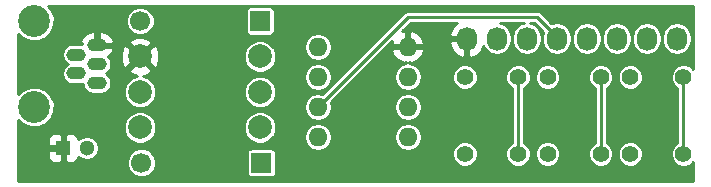
<source format=gbr>
G04 #@! TF.FileFunction,Copper,L2,Bot,Signal*
%FSLAX46Y46*%
G04 Gerber Fmt 4.6, Leading zero omitted, Abs format (unit mm)*
G04 Created by KiCad (PCBNEW 4.0.0-rc1-stable) date 3/16/2016 3:52:32 PM*
%MOMM*%
G01*
G04 APERTURE LIST*
%ADD10C,0.100000*%
%ADD11O,1.600000X1.600000*%
%ADD12O,1.727200X2.032000*%
%ADD13R,1.300000X1.300000*%
%ADD14C,1.300000*%
%ADD15C,1.699260*%
%ADD16R,1.699260X1.699260*%
%ADD17C,1.998980*%
%ADD18C,1.397000*%
%ADD19C,2.700000*%
%ADD20O,1.650000X1.100000*%
%ADD21C,0.250000*%
G04 APERTURE END LIST*
D10*
D11*
X125550000Y-85440000D03*
X125550000Y-87980000D03*
X125550000Y-90520000D03*
X125550000Y-93060000D03*
X133170000Y-93060000D03*
X133170000Y-90520000D03*
X133170000Y-87980000D03*
X133170000Y-85440000D03*
D12*
X140710000Y-84750000D03*
X143250000Y-84750000D03*
X145790000Y-84750000D03*
X148330000Y-84750000D03*
X150870000Y-84750000D03*
X153410000Y-84750000D03*
X155950000Y-84750000D03*
X138170000Y-84750000D03*
D13*
X104000000Y-94000000D03*
D14*
X106000000Y-94000000D03*
D15*
X110620000Y-95250000D03*
D16*
X120780000Y-95250000D03*
D15*
X110500000Y-83250000D03*
D16*
X120660000Y-83250000D03*
D17*
X120660000Y-92250000D03*
X110500000Y-92250000D03*
X120660000Y-89250000D03*
X110500000Y-89250000D03*
X120660000Y-86250000D03*
X110500000Y-86250000D03*
D18*
X152000000Y-88000000D03*
X156500000Y-88000000D03*
X152000000Y-94500000D03*
X156500000Y-94500000D03*
X145000000Y-88000000D03*
X149500000Y-88000000D03*
X145000000Y-94500000D03*
X149500000Y-94500000D03*
X138000000Y-88000000D03*
X142500000Y-88000000D03*
X138000000Y-94500000D03*
X142500000Y-94500000D03*
D19*
X101530000Y-90540000D03*
X101530000Y-83240000D03*
D20*
X106855000Y-86890000D03*
X106855000Y-85290000D03*
X106855000Y-88490000D03*
X105105000Y-87690000D03*
X105105000Y-86090000D03*
D21*
X133190000Y-82880000D02*
X144072400Y-82880000D01*
X144072400Y-82880000D02*
X145790000Y-84597600D01*
X145790000Y-84597600D02*
X145790000Y-84750000D01*
X125550000Y-90520000D02*
X133190000Y-82880000D01*
X145790000Y-84750000D02*
X145790000Y-84902400D01*
X148330000Y-84597600D02*
X148330000Y-84750000D01*
X156500000Y-88000000D02*
X156500000Y-94500000D01*
X149500000Y-88000000D02*
X149500000Y-94500000D01*
X142500000Y-88000000D02*
X142500000Y-94500000D01*
G36*
X157300000Y-87281913D02*
X157108883Y-87090462D01*
X156714469Y-86926687D01*
X156287404Y-86926314D01*
X155892706Y-87089400D01*
X155590462Y-87391117D01*
X155426687Y-87785531D01*
X155426314Y-88212596D01*
X155589400Y-88607294D01*
X155891117Y-88909538D01*
X156000000Y-88954750D01*
X156000000Y-93545067D01*
X155892706Y-93589400D01*
X155590462Y-93891117D01*
X155426687Y-94285531D01*
X155426314Y-94712596D01*
X155589400Y-95107294D01*
X155891117Y-95409538D01*
X156285531Y-95573313D01*
X156712596Y-95573686D01*
X157107294Y-95410600D01*
X157300000Y-95218230D01*
X157300000Y-96800000D01*
X100200000Y-96800000D01*
X100200000Y-95492525D01*
X109395158Y-95492525D01*
X109581204Y-95942791D01*
X109925397Y-96287585D01*
X110375337Y-96474417D01*
X110862525Y-96474842D01*
X111312791Y-96288796D01*
X111657585Y-95944603D01*
X111844417Y-95494663D01*
X111844842Y-95007475D01*
X111658796Y-94557209D01*
X111502231Y-94400370D01*
X119548024Y-94400370D01*
X119548024Y-96099630D01*
X119574172Y-96238596D01*
X119656301Y-96366229D01*
X119781616Y-96451853D01*
X119930370Y-96481976D01*
X121629630Y-96481976D01*
X121768596Y-96455828D01*
X121896229Y-96373699D01*
X121981853Y-96248384D01*
X122011976Y-96099630D01*
X122011976Y-94712596D01*
X136926314Y-94712596D01*
X137089400Y-95107294D01*
X137391117Y-95409538D01*
X137785531Y-95573313D01*
X138212596Y-95573686D01*
X138607294Y-95410600D01*
X138909538Y-95108883D01*
X139073313Y-94714469D01*
X139073686Y-94287404D01*
X138910600Y-93892706D01*
X138608883Y-93590462D01*
X138214469Y-93426687D01*
X137787404Y-93426314D01*
X137392706Y-93589400D01*
X137090462Y-93891117D01*
X136926687Y-94285531D01*
X136926314Y-94712596D01*
X122011976Y-94712596D01*
X122011976Y-94400370D01*
X121985828Y-94261404D01*
X121903699Y-94133771D01*
X121778384Y-94048147D01*
X121629630Y-94018024D01*
X119930370Y-94018024D01*
X119791404Y-94044172D01*
X119663771Y-94126301D01*
X119578147Y-94251616D01*
X119548024Y-94400370D01*
X111502231Y-94400370D01*
X111314603Y-94212415D01*
X110864663Y-94025583D01*
X110377475Y-94025158D01*
X109927209Y-94211204D01*
X109582415Y-94555397D01*
X109395583Y-95005337D01*
X109395158Y-95492525D01*
X100200000Y-95492525D01*
X100200000Y-94287250D01*
X102717000Y-94287250D01*
X102717000Y-94775912D01*
X102813369Y-95008566D01*
X102991435Y-95186632D01*
X103224089Y-95283000D01*
X103712750Y-95283000D01*
X103871000Y-95124750D01*
X103871000Y-94129000D01*
X102875250Y-94129000D01*
X102717000Y-94287250D01*
X100200000Y-94287250D01*
X100200000Y-93224088D01*
X102717000Y-93224088D01*
X102717000Y-93712750D01*
X102875250Y-93871000D01*
X103871000Y-93871000D01*
X103871000Y-92875250D01*
X104129000Y-92875250D01*
X104129000Y-93871000D01*
X104149000Y-93871000D01*
X104149000Y-94129000D01*
X104129000Y-94129000D01*
X104129000Y-95124750D01*
X104287250Y-95283000D01*
X104775911Y-95283000D01*
X105008565Y-95186632D01*
X105186631Y-95008566D01*
X105283000Y-94775912D01*
X105283000Y-94732583D01*
X105418626Y-94868446D01*
X105795220Y-95024822D01*
X106202991Y-95025178D01*
X106579857Y-94869459D01*
X106868446Y-94581374D01*
X107024822Y-94204780D01*
X107025178Y-93797009D01*
X106869459Y-93420143D01*
X106581374Y-93131554D01*
X106204780Y-92975178D01*
X105797009Y-92974822D01*
X105420143Y-93130541D01*
X105283000Y-93267444D01*
X105283000Y-93224088D01*
X105186631Y-92991434D01*
X105008565Y-92813368D01*
X104775911Y-92717000D01*
X104287250Y-92717000D01*
X104129000Y-92875250D01*
X103871000Y-92875250D01*
X103712750Y-92717000D01*
X103224089Y-92717000D01*
X102991435Y-92813368D01*
X102813369Y-92991434D01*
X102717000Y-93224088D01*
X100200000Y-93224088D01*
X100200000Y-92522204D01*
X109125272Y-92522204D01*
X109334085Y-93027569D01*
X109720397Y-93414557D01*
X110225398Y-93624251D01*
X110772204Y-93624728D01*
X111277569Y-93415915D01*
X111664557Y-93029603D01*
X111874251Y-92524602D01*
X111874253Y-92522204D01*
X119285272Y-92522204D01*
X119494085Y-93027569D01*
X119880397Y-93414557D01*
X120385398Y-93624251D01*
X120932204Y-93624728D01*
X121437569Y-93415915D01*
X121794106Y-93060000D01*
X124351980Y-93060000D01*
X124441422Y-93509653D01*
X124696130Y-93890850D01*
X125077327Y-94145558D01*
X125526980Y-94235000D01*
X125573020Y-94235000D01*
X126022673Y-94145558D01*
X126403870Y-93890850D01*
X126658578Y-93509653D01*
X126748020Y-93060000D01*
X131971980Y-93060000D01*
X132061422Y-93509653D01*
X132316130Y-93890850D01*
X132697327Y-94145558D01*
X133146980Y-94235000D01*
X133193020Y-94235000D01*
X133642673Y-94145558D01*
X134023870Y-93890850D01*
X134278578Y-93509653D01*
X134368020Y-93060000D01*
X134278578Y-92610347D01*
X134023870Y-92229150D01*
X133642673Y-91974442D01*
X133193020Y-91885000D01*
X133146980Y-91885000D01*
X132697327Y-91974442D01*
X132316130Y-92229150D01*
X132061422Y-92610347D01*
X131971980Y-93060000D01*
X126748020Y-93060000D01*
X126658578Y-92610347D01*
X126403870Y-92229150D01*
X126022673Y-91974442D01*
X125573020Y-91885000D01*
X125526980Y-91885000D01*
X125077327Y-91974442D01*
X124696130Y-92229150D01*
X124441422Y-92610347D01*
X124351980Y-93060000D01*
X121794106Y-93060000D01*
X121824557Y-93029603D01*
X122034251Y-92524602D01*
X122034728Y-91977796D01*
X121825915Y-91472431D01*
X121439603Y-91085443D01*
X120934602Y-90875749D01*
X120387796Y-90875272D01*
X119882431Y-91084085D01*
X119495443Y-91470397D01*
X119285749Y-91975398D01*
X119285272Y-92522204D01*
X111874253Y-92522204D01*
X111874728Y-91977796D01*
X111665915Y-91472431D01*
X111279603Y-91085443D01*
X110774602Y-90875749D01*
X110227796Y-90875272D01*
X109722431Y-91084085D01*
X109335443Y-91470397D01*
X109125749Y-91975398D01*
X109125272Y-92522204D01*
X100200000Y-92522204D01*
X100200000Y-91649327D01*
X100551590Y-92001531D01*
X101185371Y-92264700D01*
X101871618Y-92265299D01*
X102505858Y-92003237D01*
X102991531Y-91518410D01*
X103254700Y-90884629D01*
X103255299Y-90198382D01*
X102993237Y-89564142D01*
X102951373Y-89522204D01*
X109125272Y-89522204D01*
X109334085Y-90027569D01*
X109720397Y-90414557D01*
X110225398Y-90624251D01*
X110772204Y-90624728D01*
X111277569Y-90415915D01*
X111664557Y-90029603D01*
X111874251Y-89524602D01*
X111874253Y-89522204D01*
X119285272Y-89522204D01*
X119494085Y-90027569D01*
X119880397Y-90414557D01*
X120385398Y-90624251D01*
X120932204Y-90624728D01*
X121185664Y-90520000D01*
X124351980Y-90520000D01*
X124441422Y-90969653D01*
X124696130Y-91350850D01*
X125077327Y-91605558D01*
X125526980Y-91695000D01*
X125573020Y-91695000D01*
X126022673Y-91605558D01*
X126403870Y-91350850D01*
X126658578Y-90969653D01*
X126748020Y-90520000D01*
X131971980Y-90520000D01*
X132061422Y-90969653D01*
X132316130Y-91350850D01*
X132697327Y-91605558D01*
X133146980Y-91695000D01*
X133193020Y-91695000D01*
X133642673Y-91605558D01*
X134023870Y-91350850D01*
X134278578Y-90969653D01*
X134368020Y-90520000D01*
X134278578Y-90070347D01*
X134023870Y-89689150D01*
X133642673Y-89434442D01*
X133193020Y-89345000D01*
X133146980Y-89345000D01*
X132697327Y-89434442D01*
X132316130Y-89689150D01*
X132061422Y-90070347D01*
X131971980Y-90520000D01*
X126748020Y-90520000D01*
X126666572Y-90110534D01*
X130986434Y-85790672D01*
X131780569Y-85790672D01*
X131939552Y-86174519D01*
X132314303Y-86589479D01*
X132819326Y-86829441D01*
X133040998Y-86708943D01*
X133040998Y-86826081D01*
X132697327Y-86894442D01*
X132316130Y-87149150D01*
X132061422Y-87530347D01*
X131971980Y-87980000D01*
X132061422Y-88429653D01*
X132316130Y-88810850D01*
X132697327Y-89065558D01*
X133146980Y-89155000D01*
X133193020Y-89155000D01*
X133642673Y-89065558D01*
X134023870Y-88810850D01*
X134278578Y-88429653D01*
X134321753Y-88212596D01*
X136926314Y-88212596D01*
X137089400Y-88607294D01*
X137391117Y-88909538D01*
X137785531Y-89073313D01*
X138212596Y-89073686D01*
X138607294Y-88910600D01*
X138909538Y-88608883D01*
X139073313Y-88214469D01*
X139073314Y-88212596D01*
X141426314Y-88212596D01*
X141589400Y-88607294D01*
X141891117Y-88909538D01*
X142000000Y-88954750D01*
X142000000Y-93545067D01*
X141892706Y-93589400D01*
X141590462Y-93891117D01*
X141426687Y-94285531D01*
X141426314Y-94712596D01*
X141589400Y-95107294D01*
X141891117Y-95409538D01*
X142285531Y-95573313D01*
X142712596Y-95573686D01*
X143107294Y-95410600D01*
X143409538Y-95108883D01*
X143573313Y-94714469D01*
X143573314Y-94712596D01*
X143926314Y-94712596D01*
X144089400Y-95107294D01*
X144391117Y-95409538D01*
X144785531Y-95573313D01*
X145212596Y-95573686D01*
X145607294Y-95410600D01*
X145909538Y-95108883D01*
X146073313Y-94714469D01*
X146073686Y-94287404D01*
X145910600Y-93892706D01*
X145608883Y-93590462D01*
X145214469Y-93426687D01*
X144787404Y-93426314D01*
X144392706Y-93589400D01*
X144090462Y-93891117D01*
X143926687Y-94285531D01*
X143926314Y-94712596D01*
X143573314Y-94712596D01*
X143573686Y-94287404D01*
X143410600Y-93892706D01*
X143108883Y-93590462D01*
X143000000Y-93545250D01*
X143000000Y-88954933D01*
X143107294Y-88910600D01*
X143409538Y-88608883D01*
X143573313Y-88214469D01*
X143573314Y-88212596D01*
X143926314Y-88212596D01*
X144089400Y-88607294D01*
X144391117Y-88909538D01*
X144785531Y-89073313D01*
X145212596Y-89073686D01*
X145607294Y-88910600D01*
X145909538Y-88608883D01*
X146073313Y-88214469D01*
X146073314Y-88212596D01*
X148426314Y-88212596D01*
X148589400Y-88607294D01*
X148891117Y-88909538D01*
X149000000Y-88954750D01*
X149000000Y-93545067D01*
X148892706Y-93589400D01*
X148590462Y-93891117D01*
X148426687Y-94285531D01*
X148426314Y-94712596D01*
X148589400Y-95107294D01*
X148891117Y-95409538D01*
X149285531Y-95573313D01*
X149712596Y-95573686D01*
X150107294Y-95410600D01*
X150409538Y-95108883D01*
X150573313Y-94714469D01*
X150573314Y-94712596D01*
X150926314Y-94712596D01*
X151089400Y-95107294D01*
X151391117Y-95409538D01*
X151785531Y-95573313D01*
X152212596Y-95573686D01*
X152607294Y-95410600D01*
X152909538Y-95108883D01*
X153073313Y-94714469D01*
X153073686Y-94287404D01*
X152910600Y-93892706D01*
X152608883Y-93590462D01*
X152214469Y-93426687D01*
X151787404Y-93426314D01*
X151392706Y-93589400D01*
X151090462Y-93891117D01*
X150926687Y-94285531D01*
X150926314Y-94712596D01*
X150573314Y-94712596D01*
X150573686Y-94287404D01*
X150410600Y-93892706D01*
X150108883Y-93590462D01*
X150000000Y-93545250D01*
X150000000Y-88954933D01*
X150107294Y-88910600D01*
X150409538Y-88608883D01*
X150573313Y-88214469D01*
X150573314Y-88212596D01*
X150926314Y-88212596D01*
X151089400Y-88607294D01*
X151391117Y-88909538D01*
X151785531Y-89073313D01*
X152212596Y-89073686D01*
X152607294Y-88910600D01*
X152909538Y-88608883D01*
X153073313Y-88214469D01*
X153073686Y-87787404D01*
X152910600Y-87392706D01*
X152608883Y-87090462D01*
X152214469Y-86926687D01*
X151787404Y-86926314D01*
X151392706Y-87089400D01*
X151090462Y-87391117D01*
X150926687Y-87785531D01*
X150926314Y-88212596D01*
X150573314Y-88212596D01*
X150573686Y-87787404D01*
X150410600Y-87392706D01*
X150108883Y-87090462D01*
X149714469Y-86926687D01*
X149287404Y-86926314D01*
X148892706Y-87089400D01*
X148590462Y-87391117D01*
X148426687Y-87785531D01*
X148426314Y-88212596D01*
X146073314Y-88212596D01*
X146073686Y-87787404D01*
X145910600Y-87392706D01*
X145608883Y-87090462D01*
X145214469Y-86926687D01*
X144787404Y-86926314D01*
X144392706Y-87089400D01*
X144090462Y-87391117D01*
X143926687Y-87785531D01*
X143926314Y-88212596D01*
X143573314Y-88212596D01*
X143573686Y-87787404D01*
X143410600Y-87392706D01*
X143108883Y-87090462D01*
X142714469Y-86926687D01*
X142287404Y-86926314D01*
X141892706Y-87089400D01*
X141590462Y-87391117D01*
X141426687Y-87785531D01*
X141426314Y-88212596D01*
X139073314Y-88212596D01*
X139073686Y-87787404D01*
X138910600Y-87392706D01*
X138608883Y-87090462D01*
X138214469Y-86926687D01*
X137787404Y-86926314D01*
X137392706Y-87089400D01*
X137090462Y-87391117D01*
X136926687Y-87785531D01*
X136926314Y-88212596D01*
X134321753Y-88212596D01*
X134368020Y-87980000D01*
X134278578Y-87530347D01*
X134023870Y-87149150D01*
X133642673Y-86894442D01*
X133299002Y-86826081D01*
X133299002Y-86708943D01*
X133520674Y-86829441D01*
X134025697Y-86589479D01*
X134400448Y-86174519D01*
X134559431Y-85790672D01*
X134438206Y-85569000D01*
X133299000Y-85569000D01*
X133299000Y-85589000D01*
X133041000Y-85589000D01*
X133041000Y-85569000D01*
X131901794Y-85569000D01*
X131780569Y-85790672D01*
X130986434Y-85790672D01*
X131846173Y-84930933D01*
X131780569Y-85089328D01*
X131901794Y-85311000D01*
X133041000Y-85311000D01*
X133041000Y-84171058D01*
X133299000Y-84171058D01*
X133299000Y-85311000D01*
X134438206Y-85311000D01*
X134546176Y-85113565D01*
X136687171Y-85113565D01*
X136880854Y-85664945D01*
X137270798Y-86100235D01*
X137797637Y-86353165D01*
X137809340Y-86354893D01*
X138041000Y-86234519D01*
X138041000Y-84879000D01*
X136830644Y-84879000D01*
X136687171Y-85113565D01*
X134546176Y-85113565D01*
X134559431Y-85089328D01*
X134400448Y-84705481D01*
X134025697Y-84290521D01*
X133520674Y-84050559D01*
X133299000Y-84171058D01*
X133041000Y-84171058D01*
X132819326Y-84050559D01*
X132642555Y-84134552D01*
X133397107Y-83380000D01*
X137311967Y-83380000D01*
X137270798Y-83399765D01*
X136880854Y-83835055D01*
X136687171Y-84386435D01*
X136830644Y-84621000D01*
X138041000Y-84621000D01*
X138041000Y-84601000D01*
X138299000Y-84601000D01*
X138299000Y-84621000D01*
X138319000Y-84621000D01*
X138319000Y-84879000D01*
X138299000Y-84879000D01*
X138299000Y-86234519D01*
X138530660Y-86354893D01*
X138542363Y-86353165D01*
X139069202Y-86100235D01*
X139459146Y-85664945D01*
X139560350Y-85376834D01*
X139565683Y-85403643D01*
X139834178Y-85805473D01*
X140236008Y-86073968D01*
X140710000Y-86168251D01*
X141183992Y-86073968D01*
X141585822Y-85805473D01*
X141854317Y-85403643D01*
X141948600Y-84929651D01*
X141948600Y-84570349D01*
X141854317Y-84096357D01*
X141585822Y-83694527D01*
X141183992Y-83426032D01*
X140952574Y-83380000D01*
X143007426Y-83380000D01*
X142776008Y-83426032D01*
X142374178Y-83694527D01*
X142105683Y-84096357D01*
X142011400Y-84570349D01*
X142011400Y-84929651D01*
X142105683Y-85403643D01*
X142374178Y-85805473D01*
X142776008Y-86073968D01*
X143250000Y-86168251D01*
X143723992Y-86073968D01*
X144125822Y-85805473D01*
X144394317Y-85403643D01*
X144488600Y-84929651D01*
X144488600Y-84570349D01*
X144394317Y-84096357D01*
X144125822Y-83694527D01*
X143723992Y-83426032D01*
X143492574Y-83380000D01*
X143865294Y-83380000D01*
X144635059Y-84149766D01*
X144551400Y-84570349D01*
X144551400Y-84929651D01*
X144645683Y-85403643D01*
X144914178Y-85805473D01*
X145316008Y-86073968D01*
X145790000Y-86168251D01*
X146263992Y-86073968D01*
X146665822Y-85805473D01*
X146934317Y-85403643D01*
X147028600Y-84929651D01*
X147028600Y-84570349D01*
X147091400Y-84570349D01*
X147091400Y-84929651D01*
X147185683Y-85403643D01*
X147454178Y-85805473D01*
X147856008Y-86073968D01*
X148330000Y-86168251D01*
X148803992Y-86073968D01*
X149205822Y-85805473D01*
X149474317Y-85403643D01*
X149568600Y-84929651D01*
X149568600Y-84570349D01*
X149631400Y-84570349D01*
X149631400Y-84929651D01*
X149725683Y-85403643D01*
X149994178Y-85805473D01*
X150396008Y-86073968D01*
X150870000Y-86168251D01*
X151343992Y-86073968D01*
X151745822Y-85805473D01*
X152014317Y-85403643D01*
X152108600Y-84929651D01*
X152108600Y-84570349D01*
X152171400Y-84570349D01*
X152171400Y-84929651D01*
X152265683Y-85403643D01*
X152534178Y-85805473D01*
X152936008Y-86073968D01*
X153410000Y-86168251D01*
X153883992Y-86073968D01*
X154285822Y-85805473D01*
X154554317Y-85403643D01*
X154648600Y-84929651D01*
X154648600Y-84570349D01*
X154711400Y-84570349D01*
X154711400Y-84929651D01*
X154805683Y-85403643D01*
X155074178Y-85805473D01*
X155476008Y-86073968D01*
X155950000Y-86168251D01*
X156423992Y-86073968D01*
X156825822Y-85805473D01*
X157094317Y-85403643D01*
X157188600Y-84929651D01*
X157188600Y-84570349D01*
X157094317Y-84096357D01*
X156825822Y-83694527D01*
X156423992Y-83426032D01*
X155950000Y-83331749D01*
X155476008Y-83426032D01*
X155074178Y-83694527D01*
X154805683Y-84096357D01*
X154711400Y-84570349D01*
X154648600Y-84570349D01*
X154554317Y-84096357D01*
X154285822Y-83694527D01*
X153883992Y-83426032D01*
X153410000Y-83331749D01*
X152936008Y-83426032D01*
X152534178Y-83694527D01*
X152265683Y-84096357D01*
X152171400Y-84570349D01*
X152108600Y-84570349D01*
X152014317Y-84096357D01*
X151745822Y-83694527D01*
X151343992Y-83426032D01*
X150870000Y-83331749D01*
X150396008Y-83426032D01*
X149994178Y-83694527D01*
X149725683Y-84096357D01*
X149631400Y-84570349D01*
X149568600Y-84570349D01*
X149474317Y-84096357D01*
X149205822Y-83694527D01*
X148803992Y-83426032D01*
X148330000Y-83331749D01*
X147856008Y-83426032D01*
X147454178Y-83694527D01*
X147185683Y-84096357D01*
X147091400Y-84570349D01*
X147028600Y-84570349D01*
X146934317Y-84096357D01*
X146665822Y-83694527D01*
X146263992Y-83426032D01*
X145790000Y-83331749D01*
X145323957Y-83424451D01*
X144425953Y-82526447D01*
X144263742Y-82418060D01*
X144072400Y-82380000D01*
X133190000Y-82380000D01*
X132998658Y-82418060D01*
X132933686Y-82461474D01*
X132836447Y-82526446D01*
X125944084Y-89418810D01*
X125573020Y-89345000D01*
X125526980Y-89345000D01*
X125077327Y-89434442D01*
X124696130Y-89689150D01*
X124441422Y-90070347D01*
X124351980Y-90520000D01*
X121185664Y-90520000D01*
X121437569Y-90415915D01*
X121824557Y-90029603D01*
X122034251Y-89524602D01*
X122034728Y-88977796D01*
X121825915Y-88472431D01*
X121439603Y-88085443D01*
X121185668Y-87980000D01*
X124351980Y-87980000D01*
X124441422Y-88429653D01*
X124696130Y-88810850D01*
X125077327Y-89065558D01*
X125526980Y-89155000D01*
X125573020Y-89155000D01*
X126022673Y-89065558D01*
X126403870Y-88810850D01*
X126658578Y-88429653D01*
X126748020Y-87980000D01*
X126658578Y-87530347D01*
X126403870Y-87149150D01*
X126022673Y-86894442D01*
X125573020Y-86805000D01*
X125526980Y-86805000D01*
X125077327Y-86894442D01*
X124696130Y-87149150D01*
X124441422Y-87530347D01*
X124351980Y-87980000D01*
X121185668Y-87980000D01*
X120934602Y-87875749D01*
X120387796Y-87875272D01*
X119882431Y-88084085D01*
X119495443Y-88470397D01*
X119285749Y-88975398D01*
X119285272Y-89522204D01*
X111874253Y-89522204D01*
X111874728Y-88977796D01*
X111665915Y-88472431D01*
X111279603Y-88085443D01*
X110774602Y-87875749D01*
X110708644Y-87875691D01*
X110887009Y-87868855D01*
X111371047Y-87668360D01*
X111469930Y-87402363D01*
X110500000Y-86432434D01*
X109530070Y-87402363D01*
X109628953Y-87668360D01*
X110209070Y-87883009D01*
X109722431Y-88084085D01*
X109335443Y-88470397D01*
X109125749Y-88975398D01*
X109125272Y-89522204D01*
X102951373Y-89522204D01*
X102508410Y-89078469D01*
X101874629Y-88815300D01*
X101188382Y-88814701D01*
X100554142Y-89076763D01*
X100200000Y-89430288D01*
X100200000Y-86090000D01*
X103881491Y-86090000D01*
X103951902Y-86443982D01*
X104152417Y-86744074D01*
X104370811Y-86890000D01*
X104152417Y-87035926D01*
X103951902Y-87336018D01*
X103881491Y-87690000D01*
X103951902Y-88043982D01*
X104152417Y-88344074D01*
X104452509Y-88544589D01*
X104806491Y-88615000D01*
X105403509Y-88615000D01*
X105646732Y-88566620D01*
X105701902Y-88843982D01*
X105902417Y-89144074D01*
X106202509Y-89344589D01*
X106556491Y-89415000D01*
X107153509Y-89415000D01*
X107507491Y-89344589D01*
X107807583Y-89144074D01*
X108008098Y-88843982D01*
X108078509Y-88490000D01*
X108008098Y-88136018D01*
X107807583Y-87835926D01*
X107589189Y-87690000D01*
X107807583Y-87544074D01*
X108008098Y-87243982D01*
X108078509Y-86890000D01*
X108008098Y-86536018D01*
X107811463Y-86241732D01*
X108057724Y-86035290D01*
X108080978Y-85988041D01*
X108856271Y-85988041D01*
X108881145Y-86637009D01*
X109081640Y-87121047D01*
X109347637Y-87219930D01*
X110317566Y-86250000D01*
X110682434Y-86250000D01*
X111652363Y-87219930D01*
X111918360Y-87121047D01*
X112139938Y-86522204D01*
X119285272Y-86522204D01*
X119494085Y-87027569D01*
X119880397Y-87414557D01*
X120385398Y-87624251D01*
X120932204Y-87624728D01*
X121437569Y-87415915D01*
X121824557Y-87029603D01*
X122034251Y-86524602D01*
X122034728Y-85977796D01*
X121825915Y-85472431D01*
X121793541Y-85440000D01*
X124351980Y-85440000D01*
X124441422Y-85889653D01*
X124696130Y-86270850D01*
X125077327Y-86525558D01*
X125526980Y-86615000D01*
X125573020Y-86615000D01*
X126022673Y-86525558D01*
X126403870Y-86270850D01*
X126658578Y-85889653D01*
X126748020Y-85440000D01*
X126658578Y-84990347D01*
X126403870Y-84609150D01*
X126022673Y-84354442D01*
X125573020Y-84265000D01*
X125526980Y-84265000D01*
X125077327Y-84354442D01*
X124696130Y-84609150D01*
X124441422Y-84990347D01*
X124351980Y-85440000D01*
X121793541Y-85440000D01*
X121439603Y-85085443D01*
X120934602Y-84875749D01*
X120387796Y-84875272D01*
X119882431Y-85084085D01*
X119495443Y-85470397D01*
X119285749Y-85975398D01*
X119285272Y-86522204D01*
X112139938Y-86522204D01*
X112143729Y-86511959D01*
X112118855Y-85862991D01*
X111918360Y-85378953D01*
X111652363Y-85280070D01*
X110682434Y-86250000D01*
X110317566Y-86250000D01*
X109347637Y-85280070D01*
X109081640Y-85378953D01*
X108856271Y-85988041D01*
X108080978Y-85988041D01*
X108271288Y-85601370D01*
X108146598Y-85419000D01*
X106984000Y-85419000D01*
X106984000Y-85439000D01*
X106726000Y-85439000D01*
X106726000Y-85419000D01*
X106706000Y-85419000D01*
X106706000Y-85161000D01*
X106726000Y-85161000D01*
X106726000Y-84107000D01*
X106984000Y-84107000D01*
X106984000Y-85161000D01*
X108146598Y-85161000D01*
X108189920Y-85097637D01*
X109530070Y-85097637D01*
X110500000Y-86067566D01*
X111469930Y-85097637D01*
X111371047Y-84831640D01*
X110761959Y-84606271D01*
X110112991Y-84631145D01*
X109628953Y-84831640D01*
X109530070Y-85097637D01*
X108189920Y-85097637D01*
X108271288Y-84978630D01*
X108057724Y-84544710D01*
X107701895Y-84246417D01*
X107259000Y-84107000D01*
X106984000Y-84107000D01*
X106726000Y-84107000D01*
X106451000Y-84107000D01*
X106008105Y-84246417D01*
X105652276Y-84544710D01*
X105438712Y-84978630D01*
X105563401Y-85160998D01*
X105397000Y-85160998D01*
X105397000Y-85165000D01*
X104806491Y-85165000D01*
X104452509Y-85235411D01*
X104152417Y-85435926D01*
X103951902Y-85736018D01*
X103881491Y-86090000D01*
X100200000Y-86090000D01*
X100200000Y-84349327D01*
X100551590Y-84701531D01*
X101185371Y-84964700D01*
X101871618Y-84965299D01*
X102505858Y-84703237D01*
X102991531Y-84218410D01*
X103254700Y-83584629D01*
X103254780Y-83492525D01*
X109275158Y-83492525D01*
X109461204Y-83942791D01*
X109805397Y-84287585D01*
X110255337Y-84474417D01*
X110742525Y-84474842D01*
X111192791Y-84288796D01*
X111537585Y-83944603D01*
X111724417Y-83494663D01*
X111724842Y-83007475D01*
X111538796Y-82557209D01*
X111382231Y-82400370D01*
X119428024Y-82400370D01*
X119428024Y-84099630D01*
X119454172Y-84238596D01*
X119536301Y-84366229D01*
X119661616Y-84451853D01*
X119810370Y-84481976D01*
X121509630Y-84481976D01*
X121648596Y-84455828D01*
X121776229Y-84373699D01*
X121861853Y-84248384D01*
X121891976Y-84099630D01*
X121891976Y-82400370D01*
X121865828Y-82261404D01*
X121783699Y-82133771D01*
X121658384Y-82048147D01*
X121509630Y-82018024D01*
X119810370Y-82018024D01*
X119671404Y-82044172D01*
X119543771Y-82126301D01*
X119458147Y-82251616D01*
X119428024Y-82400370D01*
X111382231Y-82400370D01*
X111194603Y-82212415D01*
X110744663Y-82025583D01*
X110257475Y-82025158D01*
X109807209Y-82211204D01*
X109462415Y-82555397D01*
X109275583Y-83005337D01*
X109275158Y-83492525D01*
X103254780Y-83492525D01*
X103255299Y-82898382D01*
X102993237Y-82264142D01*
X102679642Y-81950000D01*
X157300000Y-81950000D01*
X157300000Y-87281913D01*
X157300000Y-87281913D01*
G37*
X157300000Y-87281913D02*
X157108883Y-87090462D01*
X156714469Y-86926687D01*
X156287404Y-86926314D01*
X155892706Y-87089400D01*
X155590462Y-87391117D01*
X155426687Y-87785531D01*
X155426314Y-88212596D01*
X155589400Y-88607294D01*
X155891117Y-88909538D01*
X156000000Y-88954750D01*
X156000000Y-93545067D01*
X155892706Y-93589400D01*
X155590462Y-93891117D01*
X155426687Y-94285531D01*
X155426314Y-94712596D01*
X155589400Y-95107294D01*
X155891117Y-95409538D01*
X156285531Y-95573313D01*
X156712596Y-95573686D01*
X157107294Y-95410600D01*
X157300000Y-95218230D01*
X157300000Y-96800000D01*
X100200000Y-96800000D01*
X100200000Y-95492525D01*
X109395158Y-95492525D01*
X109581204Y-95942791D01*
X109925397Y-96287585D01*
X110375337Y-96474417D01*
X110862525Y-96474842D01*
X111312791Y-96288796D01*
X111657585Y-95944603D01*
X111844417Y-95494663D01*
X111844842Y-95007475D01*
X111658796Y-94557209D01*
X111502231Y-94400370D01*
X119548024Y-94400370D01*
X119548024Y-96099630D01*
X119574172Y-96238596D01*
X119656301Y-96366229D01*
X119781616Y-96451853D01*
X119930370Y-96481976D01*
X121629630Y-96481976D01*
X121768596Y-96455828D01*
X121896229Y-96373699D01*
X121981853Y-96248384D01*
X122011976Y-96099630D01*
X122011976Y-94712596D01*
X136926314Y-94712596D01*
X137089400Y-95107294D01*
X137391117Y-95409538D01*
X137785531Y-95573313D01*
X138212596Y-95573686D01*
X138607294Y-95410600D01*
X138909538Y-95108883D01*
X139073313Y-94714469D01*
X139073686Y-94287404D01*
X138910600Y-93892706D01*
X138608883Y-93590462D01*
X138214469Y-93426687D01*
X137787404Y-93426314D01*
X137392706Y-93589400D01*
X137090462Y-93891117D01*
X136926687Y-94285531D01*
X136926314Y-94712596D01*
X122011976Y-94712596D01*
X122011976Y-94400370D01*
X121985828Y-94261404D01*
X121903699Y-94133771D01*
X121778384Y-94048147D01*
X121629630Y-94018024D01*
X119930370Y-94018024D01*
X119791404Y-94044172D01*
X119663771Y-94126301D01*
X119578147Y-94251616D01*
X119548024Y-94400370D01*
X111502231Y-94400370D01*
X111314603Y-94212415D01*
X110864663Y-94025583D01*
X110377475Y-94025158D01*
X109927209Y-94211204D01*
X109582415Y-94555397D01*
X109395583Y-95005337D01*
X109395158Y-95492525D01*
X100200000Y-95492525D01*
X100200000Y-94287250D01*
X102717000Y-94287250D01*
X102717000Y-94775912D01*
X102813369Y-95008566D01*
X102991435Y-95186632D01*
X103224089Y-95283000D01*
X103712750Y-95283000D01*
X103871000Y-95124750D01*
X103871000Y-94129000D01*
X102875250Y-94129000D01*
X102717000Y-94287250D01*
X100200000Y-94287250D01*
X100200000Y-93224088D01*
X102717000Y-93224088D01*
X102717000Y-93712750D01*
X102875250Y-93871000D01*
X103871000Y-93871000D01*
X103871000Y-92875250D01*
X104129000Y-92875250D01*
X104129000Y-93871000D01*
X104149000Y-93871000D01*
X104149000Y-94129000D01*
X104129000Y-94129000D01*
X104129000Y-95124750D01*
X104287250Y-95283000D01*
X104775911Y-95283000D01*
X105008565Y-95186632D01*
X105186631Y-95008566D01*
X105283000Y-94775912D01*
X105283000Y-94732583D01*
X105418626Y-94868446D01*
X105795220Y-95024822D01*
X106202991Y-95025178D01*
X106579857Y-94869459D01*
X106868446Y-94581374D01*
X107024822Y-94204780D01*
X107025178Y-93797009D01*
X106869459Y-93420143D01*
X106581374Y-93131554D01*
X106204780Y-92975178D01*
X105797009Y-92974822D01*
X105420143Y-93130541D01*
X105283000Y-93267444D01*
X105283000Y-93224088D01*
X105186631Y-92991434D01*
X105008565Y-92813368D01*
X104775911Y-92717000D01*
X104287250Y-92717000D01*
X104129000Y-92875250D01*
X103871000Y-92875250D01*
X103712750Y-92717000D01*
X103224089Y-92717000D01*
X102991435Y-92813368D01*
X102813369Y-92991434D01*
X102717000Y-93224088D01*
X100200000Y-93224088D01*
X100200000Y-92522204D01*
X109125272Y-92522204D01*
X109334085Y-93027569D01*
X109720397Y-93414557D01*
X110225398Y-93624251D01*
X110772204Y-93624728D01*
X111277569Y-93415915D01*
X111664557Y-93029603D01*
X111874251Y-92524602D01*
X111874253Y-92522204D01*
X119285272Y-92522204D01*
X119494085Y-93027569D01*
X119880397Y-93414557D01*
X120385398Y-93624251D01*
X120932204Y-93624728D01*
X121437569Y-93415915D01*
X121794106Y-93060000D01*
X124351980Y-93060000D01*
X124441422Y-93509653D01*
X124696130Y-93890850D01*
X125077327Y-94145558D01*
X125526980Y-94235000D01*
X125573020Y-94235000D01*
X126022673Y-94145558D01*
X126403870Y-93890850D01*
X126658578Y-93509653D01*
X126748020Y-93060000D01*
X131971980Y-93060000D01*
X132061422Y-93509653D01*
X132316130Y-93890850D01*
X132697327Y-94145558D01*
X133146980Y-94235000D01*
X133193020Y-94235000D01*
X133642673Y-94145558D01*
X134023870Y-93890850D01*
X134278578Y-93509653D01*
X134368020Y-93060000D01*
X134278578Y-92610347D01*
X134023870Y-92229150D01*
X133642673Y-91974442D01*
X133193020Y-91885000D01*
X133146980Y-91885000D01*
X132697327Y-91974442D01*
X132316130Y-92229150D01*
X132061422Y-92610347D01*
X131971980Y-93060000D01*
X126748020Y-93060000D01*
X126658578Y-92610347D01*
X126403870Y-92229150D01*
X126022673Y-91974442D01*
X125573020Y-91885000D01*
X125526980Y-91885000D01*
X125077327Y-91974442D01*
X124696130Y-92229150D01*
X124441422Y-92610347D01*
X124351980Y-93060000D01*
X121794106Y-93060000D01*
X121824557Y-93029603D01*
X122034251Y-92524602D01*
X122034728Y-91977796D01*
X121825915Y-91472431D01*
X121439603Y-91085443D01*
X120934602Y-90875749D01*
X120387796Y-90875272D01*
X119882431Y-91084085D01*
X119495443Y-91470397D01*
X119285749Y-91975398D01*
X119285272Y-92522204D01*
X111874253Y-92522204D01*
X111874728Y-91977796D01*
X111665915Y-91472431D01*
X111279603Y-91085443D01*
X110774602Y-90875749D01*
X110227796Y-90875272D01*
X109722431Y-91084085D01*
X109335443Y-91470397D01*
X109125749Y-91975398D01*
X109125272Y-92522204D01*
X100200000Y-92522204D01*
X100200000Y-91649327D01*
X100551590Y-92001531D01*
X101185371Y-92264700D01*
X101871618Y-92265299D01*
X102505858Y-92003237D01*
X102991531Y-91518410D01*
X103254700Y-90884629D01*
X103255299Y-90198382D01*
X102993237Y-89564142D01*
X102951373Y-89522204D01*
X109125272Y-89522204D01*
X109334085Y-90027569D01*
X109720397Y-90414557D01*
X110225398Y-90624251D01*
X110772204Y-90624728D01*
X111277569Y-90415915D01*
X111664557Y-90029603D01*
X111874251Y-89524602D01*
X111874253Y-89522204D01*
X119285272Y-89522204D01*
X119494085Y-90027569D01*
X119880397Y-90414557D01*
X120385398Y-90624251D01*
X120932204Y-90624728D01*
X121185664Y-90520000D01*
X124351980Y-90520000D01*
X124441422Y-90969653D01*
X124696130Y-91350850D01*
X125077327Y-91605558D01*
X125526980Y-91695000D01*
X125573020Y-91695000D01*
X126022673Y-91605558D01*
X126403870Y-91350850D01*
X126658578Y-90969653D01*
X126748020Y-90520000D01*
X131971980Y-90520000D01*
X132061422Y-90969653D01*
X132316130Y-91350850D01*
X132697327Y-91605558D01*
X133146980Y-91695000D01*
X133193020Y-91695000D01*
X133642673Y-91605558D01*
X134023870Y-91350850D01*
X134278578Y-90969653D01*
X134368020Y-90520000D01*
X134278578Y-90070347D01*
X134023870Y-89689150D01*
X133642673Y-89434442D01*
X133193020Y-89345000D01*
X133146980Y-89345000D01*
X132697327Y-89434442D01*
X132316130Y-89689150D01*
X132061422Y-90070347D01*
X131971980Y-90520000D01*
X126748020Y-90520000D01*
X126666572Y-90110534D01*
X130986434Y-85790672D01*
X131780569Y-85790672D01*
X131939552Y-86174519D01*
X132314303Y-86589479D01*
X132819326Y-86829441D01*
X133040998Y-86708943D01*
X133040998Y-86826081D01*
X132697327Y-86894442D01*
X132316130Y-87149150D01*
X132061422Y-87530347D01*
X131971980Y-87980000D01*
X132061422Y-88429653D01*
X132316130Y-88810850D01*
X132697327Y-89065558D01*
X133146980Y-89155000D01*
X133193020Y-89155000D01*
X133642673Y-89065558D01*
X134023870Y-88810850D01*
X134278578Y-88429653D01*
X134321753Y-88212596D01*
X136926314Y-88212596D01*
X137089400Y-88607294D01*
X137391117Y-88909538D01*
X137785531Y-89073313D01*
X138212596Y-89073686D01*
X138607294Y-88910600D01*
X138909538Y-88608883D01*
X139073313Y-88214469D01*
X139073314Y-88212596D01*
X141426314Y-88212596D01*
X141589400Y-88607294D01*
X141891117Y-88909538D01*
X142000000Y-88954750D01*
X142000000Y-93545067D01*
X141892706Y-93589400D01*
X141590462Y-93891117D01*
X141426687Y-94285531D01*
X141426314Y-94712596D01*
X141589400Y-95107294D01*
X141891117Y-95409538D01*
X142285531Y-95573313D01*
X142712596Y-95573686D01*
X143107294Y-95410600D01*
X143409538Y-95108883D01*
X143573313Y-94714469D01*
X143573314Y-94712596D01*
X143926314Y-94712596D01*
X144089400Y-95107294D01*
X144391117Y-95409538D01*
X144785531Y-95573313D01*
X145212596Y-95573686D01*
X145607294Y-95410600D01*
X145909538Y-95108883D01*
X146073313Y-94714469D01*
X146073686Y-94287404D01*
X145910600Y-93892706D01*
X145608883Y-93590462D01*
X145214469Y-93426687D01*
X144787404Y-93426314D01*
X144392706Y-93589400D01*
X144090462Y-93891117D01*
X143926687Y-94285531D01*
X143926314Y-94712596D01*
X143573314Y-94712596D01*
X143573686Y-94287404D01*
X143410600Y-93892706D01*
X143108883Y-93590462D01*
X143000000Y-93545250D01*
X143000000Y-88954933D01*
X143107294Y-88910600D01*
X143409538Y-88608883D01*
X143573313Y-88214469D01*
X143573314Y-88212596D01*
X143926314Y-88212596D01*
X144089400Y-88607294D01*
X144391117Y-88909538D01*
X144785531Y-89073313D01*
X145212596Y-89073686D01*
X145607294Y-88910600D01*
X145909538Y-88608883D01*
X146073313Y-88214469D01*
X146073314Y-88212596D01*
X148426314Y-88212596D01*
X148589400Y-88607294D01*
X148891117Y-88909538D01*
X149000000Y-88954750D01*
X149000000Y-93545067D01*
X148892706Y-93589400D01*
X148590462Y-93891117D01*
X148426687Y-94285531D01*
X148426314Y-94712596D01*
X148589400Y-95107294D01*
X148891117Y-95409538D01*
X149285531Y-95573313D01*
X149712596Y-95573686D01*
X150107294Y-95410600D01*
X150409538Y-95108883D01*
X150573313Y-94714469D01*
X150573314Y-94712596D01*
X150926314Y-94712596D01*
X151089400Y-95107294D01*
X151391117Y-95409538D01*
X151785531Y-95573313D01*
X152212596Y-95573686D01*
X152607294Y-95410600D01*
X152909538Y-95108883D01*
X153073313Y-94714469D01*
X153073686Y-94287404D01*
X152910600Y-93892706D01*
X152608883Y-93590462D01*
X152214469Y-93426687D01*
X151787404Y-93426314D01*
X151392706Y-93589400D01*
X151090462Y-93891117D01*
X150926687Y-94285531D01*
X150926314Y-94712596D01*
X150573314Y-94712596D01*
X150573686Y-94287404D01*
X150410600Y-93892706D01*
X150108883Y-93590462D01*
X150000000Y-93545250D01*
X150000000Y-88954933D01*
X150107294Y-88910600D01*
X150409538Y-88608883D01*
X150573313Y-88214469D01*
X150573314Y-88212596D01*
X150926314Y-88212596D01*
X151089400Y-88607294D01*
X151391117Y-88909538D01*
X151785531Y-89073313D01*
X152212596Y-89073686D01*
X152607294Y-88910600D01*
X152909538Y-88608883D01*
X153073313Y-88214469D01*
X153073686Y-87787404D01*
X152910600Y-87392706D01*
X152608883Y-87090462D01*
X152214469Y-86926687D01*
X151787404Y-86926314D01*
X151392706Y-87089400D01*
X151090462Y-87391117D01*
X150926687Y-87785531D01*
X150926314Y-88212596D01*
X150573314Y-88212596D01*
X150573686Y-87787404D01*
X150410600Y-87392706D01*
X150108883Y-87090462D01*
X149714469Y-86926687D01*
X149287404Y-86926314D01*
X148892706Y-87089400D01*
X148590462Y-87391117D01*
X148426687Y-87785531D01*
X148426314Y-88212596D01*
X146073314Y-88212596D01*
X146073686Y-87787404D01*
X145910600Y-87392706D01*
X145608883Y-87090462D01*
X145214469Y-86926687D01*
X144787404Y-86926314D01*
X144392706Y-87089400D01*
X144090462Y-87391117D01*
X143926687Y-87785531D01*
X143926314Y-88212596D01*
X143573314Y-88212596D01*
X143573686Y-87787404D01*
X143410600Y-87392706D01*
X143108883Y-87090462D01*
X142714469Y-86926687D01*
X142287404Y-86926314D01*
X141892706Y-87089400D01*
X141590462Y-87391117D01*
X141426687Y-87785531D01*
X141426314Y-88212596D01*
X139073314Y-88212596D01*
X139073686Y-87787404D01*
X138910600Y-87392706D01*
X138608883Y-87090462D01*
X138214469Y-86926687D01*
X137787404Y-86926314D01*
X137392706Y-87089400D01*
X137090462Y-87391117D01*
X136926687Y-87785531D01*
X136926314Y-88212596D01*
X134321753Y-88212596D01*
X134368020Y-87980000D01*
X134278578Y-87530347D01*
X134023870Y-87149150D01*
X133642673Y-86894442D01*
X133299002Y-86826081D01*
X133299002Y-86708943D01*
X133520674Y-86829441D01*
X134025697Y-86589479D01*
X134400448Y-86174519D01*
X134559431Y-85790672D01*
X134438206Y-85569000D01*
X133299000Y-85569000D01*
X133299000Y-85589000D01*
X133041000Y-85589000D01*
X133041000Y-85569000D01*
X131901794Y-85569000D01*
X131780569Y-85790672D01*
X130986434Y-85790672D01*
X131846173Y-84930933D01*
X131780569Y-85089328D01*
X131901794Y-85311000D01*
X133041000Y-85311000D01*
X133041000Y-84171058D01*
X133299000Y-84171058D01*
X133299000Y-85311000D01*
X134438206Y-85311000D01*
X134546176Y-85113565D01*
X136687171Y-85113565D01*
X136880854Y-85664945D01*
X137270798Y-86100235D01*
X137797637Y-86353165D01*
X137809340Y-86354893D01*
X138041000Y-86234519D01*
X138041000Y-84879000D01*
X136830644Y-84879000D01*
X136687171Y-85113565D01*
X134546176Y-85113565D01*
X134559431Y-85089328D01*
X134400448Y-84705481D01*
X134025697Y-84290521D01*
X133520674Y-84050559D01*
X133299000Y-84171058D01*
X133041000Y-84171058D01*
X132819326Y-84050559D01*
X132642555Y-84134552D01*
X133397107Y-83380000D01*
X137311967Y-83380000D01*
X137270798Y-83399765D01*
X136880854Y-83835055D01*
X136687171Y-84386435D01*
X136830644Y-84621000D01*
X138041000Y-84621000D01*
X138041000Y-84601000D01*
X138299000Y-84601000D01*
X138299000Y-84621000D01*
X138319000Y-84621000D01*
X138319000Y-84879000D01*
X138299000Y-84879000D01*
X138299000Y-86234519D01*
X138530660Y-86354893D01*
X138542363Y-86353165D01*
X139069202Y-86100235D01*
X139459146Y-85664945D01*
X139560350Y-85376834D01*
X139565683Y-85403643D01*
X139834178Y-85805473D01*
X140236008Y-86073968D01*
X140710000Y-86168251D01*
X141183992Y-86073968D01*
X141585822Y-85805473D01*
X141854317Y-85403643D01*
X141948600Y-84929651D01*
X141948600Y-84570349D01*
X141854317Y-84096357D01*
X141585822Y-83694527D01*
X141183992Y-83426032D01*
X140952574Y-83380000D01*
X143007426Y-83380000D01*
X142776008Y-83426032D01*
X142374178Y-83694527D01*
X142105683Y-84096357D01*
X142011400Y-84570349D01*
X142011400Y-84929651D01*
X142105683Y-85403643D01*
X142374178Y-85805473D01*
X142776008Y-86073968D01*
X143250000Y-86168251D01*
X143723992Y-86073968D01*
X144125822Y-85805473D01*
X144394317Y-85403643D01*
X144488600Y-84929651D01*
X144488600Y-84570349D01*
X144394317Y-84096357D01*
X144125822Y-83694527D01*
X143723992Y-83426032D01*
X143492574Y-83380000D01*
X143865294Y-83380000D01*
X144635059Y-84149766D01*
X144551400Y-84570349D01*
X144551400Y-84929651D01*
X144645683Y-85403643D01*
X144914178Y-85805473D01*
X145316008Y-86073968D01*
X145790000Y-86168251D01*
X146263992Y-86073968D01*
X146665822Y-85805473D01*
X146934317Y-85403643D01*
X147028600Y-84929651D01*
X147028600Y-84570349D01*
X147091400Y-84570349D01*
X147091400Y-84929651D01*
X147185683Y-85403643D01*
X147454178Y-85805473D01*
X147856008Y-86073968D01*
X148330000Y-86168251D01*
X148803992Y-86073968D01*
X149205822Y-85805473D01*
X149474317Y-85403643D01*
X149568600Y-84929651D01*
X149568600Y-84570349D01*
X149631400Y-84570349D01*
X149631400Y-84929651D01*
X149725683Y-85403643D01*
X149994178Y-85805473D01*
X150396008Y-86073968D01*
X150870000Y-86168251D01*
X151343992Y-86073968D01*
X151745822Y-85805473D01*
X152014317Y-85403643D01*
X152108600Y-84929651D01*
X152108600Y-84570349D01*
X152171400Y-84570349D01*
X152171400Y-84929651D01*
X152265683Y-85403643D01*
X152534178Y-85805473D01*
X152936008Y-86073968D01*
X153410000Y-86168251D01*
X153883992Y-86073968D01*
X154285822Y-85805473D01*
X154554317Y-85403643D01*
X154648600Y-84929651D01*
X154648600Y-84570349D01*
X154711400Y-84570349D01*
X154711400Y-84929651D01*
X154805683Y-85403643D01*
X155074178Y-85805473D01*
X155476008Y-86073968D01*
X155950000Y-86168251D01*
X156423992Y-86073968D01*
X156825822Y-85805473D01*
X157094317Y-85403643D01*
X157188600Y-84929651D01*
X157188600Y-84570349D01*
X157094317Y-84096357D01*
X156825822Y-83694527D01*
X156423992Y-83426032D01*
X155950000Y-83331749D01*
X155476008Y-83426032D01*
X155074178Y-83694527D01*
X154805683Y-84096357D01*
X154711400Y-84570349D01*
X154648600Y-84570349D01*
X154554317Y-84096357D01*
X154285822Y-83694527D01*
X153883992Y-83426032D01*
X153410000Y-83331749D01*
X152936008Y-83426032D01*
X152534178Y-83694527D01*
X152265683Y-84096357D01*
X152171400Y-84570349D01*
X152108600Y-84570349D01*
X152014317Y-84096357D01*
X151745822Y-83694527D01*
X151343992Y-83426032D01*
X150870000Y-83331749D01*
X150396008Y-83426032D01*
X149994178Y-83694527D01*
X149725683Y-84096357D01*
X149631400Y-84570349D01*
X149568600Y-84570349D01*
X149474317Y-84096357D01*
X149205822Y-83694527D01*
X148803992Y-83426032D01*
X148330000Y-83331749D01*
X147856008Y-83426032D01*
X147454178Y-83694527D01*
X147185683Y-84096357D01*
X147091400Y-84570349D01*
X147028600Y-84570349D01*
X146934317Y-84096357D01*
X146665822Y-83694527D01*
X146263992Y-83426032D01*
X145790000Y-83331749D01*
X145323957Y-83424451D01*
X144425953Y-82526447D01*
X144263742Y-82418060D01*
X144072400Y-82380000D01*
X133190000Y-82380000D01*
X132998658Y-82418060D01*
X132933686Y-82461474D01*
X132836447Y-82526446D01*
X125944084Y-89418810D01*
X125573020Y-89345000D01*
X125526980Y-89345000D01*
X125077327Y-89434442D01*
X124696130Y-89689150D01*
X124441422Y-90070347D01*
X124351980Y-90520000D01*
X121185664Y-90520000D01*
X121437569Y-90415915D01*
X121824557Y-90029603D01*
X122034251Y-89524602D01*
X122034728Y-88977796D01*
X121825915Y-88472431D01*
X121439603Y-88085443D01*
X121185668Y-87980000D01*
X124351980Y-87980000D01*
X124441422Y-88429653D01*
X124696130Y-88810850D01*
X125077327Y-89065558D01*
X125526980Y-89155000D01*
X125573020Y-89155000D01*
X126022673Y-89065558D01*
X126403870Y-88810850D01*
X126658578Y-88429653D01*
X126748020Y-87980000D01*
X126658578Y-87530347D01*
X126403870Y-87149150D01*
X126022673Y-86894442D01*
X125573020Y-86805000D01*
X125526980Y-86805000D01*
X125077327Y-86894442D01*
X124696130Y-87149150D01*
X124441422Y-87530347D01*
X124351980Y-87980000D01*
X121185668Y-87980000D01*
X120934602Y-87875749D01*
X120387796Y-87875272D01*
X119882431Y-88084085D01*
X119495443Y-88470397D01*
X119285749Y-88975398D01*
X119285272Y-89522204D01*
X111874253Y-89522204D01*
X111874728Y-88977796D01*
X111665915Y-88472431D01*
X111279603Y-88085443D01*
X110774602Y-87875749D01*
X110708644Y-87875691D01*
X110887009Y-87868855D01*
X111371047Y-87668360D01*
X111469930Y-87402363D01*
X110500000Y-86432434D01*
X109530070Y-87402363D01*
X109628953Y-87668360D01*
X110209070Y-87883009D01*
X109722431Y-88084085D01*
X109335443Y-88470397D01*
X109125749Y-88975398D01*
X109125272Y-89522204D01*
X102951373Y-89522204D01*
X102508410Y-89078469D01*
X101874629Y-88815300D01*
X101188382Y-88814701D01*
X100554142Y-89076763D01*
X100200000Y-89430288D01*
X100200000Y-86090000D01*
X103881491Y-86090000D01*
X103951902Y-86443982D01*
X104152417Y-86744074D01*
X104370811Y-86890000D01*
X104152417Y-87035926D01*
X103951902Y-87336018D01*
X103881491Y-87690000D01*
X103951902Y-88043982D01*
X104152417Y-88344074D01*
X104452509Y-88544589D01*
X104806491Y-88615000D01*
X105403509Y-88615000D01*
X105646732Y-88566620D01*
X105701902Y-88843982D01*
X105902417Y-89144074D01*
X106202509Y-89344589D01*
X106556491Y-89415000D01*
X107153509Y-89415000D01*
X107507491Y-89344589D01*
X107807583Y-89144074D01*
X108008098Y-88843982D01*
X108078509Y-88490000D01*
X108008098Y-88136018D01*
X107807583Y-87835926D01*
X107589189Y-87690000D01*
X107807583Y-87544074D01*
X108008098Y-87243982D01*
X108078509Y-86890000D01*
X108008098Y-86536018D01*
X107811463Y-86241732D01*
X108057724Y-86035290D01*
X108080978Y-85988041D01*
X108856271Y-85988041D01*
X108881145Y-86637009D01*
X109081640Y-87121047D01*
X109347637Y-87219930D01*
X110317566Y-86250000D01*
X110682434Y-86250000D01*
X111652363Y-87219930D01*
X111918360Y-87121047D01*
X112139938Y-86522204D01*
X119285272Y-86522204D01*
X119494085Y-87027569D01*
X119880397Y-87414557D01*
X120385398Y-87624251D01*
X120932204Y-87624728D01*
X121437569Y-87415915D01*
X121824557Y-87029603D01*
X122034251Y-86524602D01*
X122034728Y-85977796D01*
X121825915Y-85472431D01*
X121793541Y-85440000D01*
X124351980Y-85440000D01*
X124441422Y-85889653D01*
X124696130Y-86270850D01*
X125077327Y-86525558D01*
X125526980Y-86615000D01*
X125573020Y-86615000D01*
X126022673Y-86525558D01*
X126403870Y-86270850D01*
X126658578Y-85889653D01*
X126748020Y-85440000D01*
X126658578Y-84990347D01*
X126403870Y-84609150D01*
X126022673Y-84354442D01*
X125573020Y-84265000D01*
X125526980Y-84265000D01*
X125077327Y-84354442D01*
X124696130Y-84609150D01*
X124441422Y-84990347D01*
X124351980Y-85440000D01*
X121793541Y-85440000D01*
X121439603Y-85085443D01*
X120934602Y-84875749D01*
X120387796Y-84875272D01*
X119882431Y-85084085D01*
X119495443Y-85470397D01*
X119285749Y-85975398D01*
X119285272Y-86522204D01*
X112139938Y-86522204D01*
X112143729Y-86511959D01*
X112118855Y-85862991D01*
X111918360Y-85378953D01*
X111652363Y-85280070D01*
X110682434Y-86250000D01*
X110317566Y-86250000D01*
X109347637Y-85280070D01*
X109081640Y-85378953D01*
X108856271Y-85988041D01*
X108080978Y-85988041D01*
X108271288Y-85601370D01*
X108146598Y-85419000D01*
X106984000Y-85419000D01*
X106984000Y-85439000D01*
X106726000Y-85439000D01*
X106726000Y-85419000D01*
X106706000Y-85419000D01*
X106706000Y-85161000D01*
X106726000Y-85161000D01*
X106726000Y-84107000D01*
X106984000Y-84107000D01*
X106984000Y-85161000D01*
X108146598Y-85161000D01*
X108189920Y-85097637D01*
X109530070Y-85097637D01*
X110500000Y-86067566D01*
X111469930Y-85097637D01*
X111371047Y-84831640D01*
X110761959Y-84606271D01*
X110112991Y-84631145D01*
X109628953Y-84831640D01*
X109530070Y-85097637D01*
X108189920Y-85097637D01*
X108271288Y-84978630D01*
X108057724Y-84544710D01*
X107701895Y-84246417D01*
X107259000Y-84107000D01*
X106984000Y-84107000D01*
X106726000Y-84107000D01*
X106451000Y-84107000D01*
X106008105Y-84246417D01*
X105652276Y-84544710D01*
X105438712Y-84978630D01*
X105563401Y-85160998D01*
X105397000Y-85160998D01*
X105397000Y-85165000D01*
X104806491Y-85165000D01*
X104452509Y-85235411D01*
X104152417Y-85435926D01*
X103951902Y-85736018D01*
X103881491Y-86090000D01*
X100200000Y-86090000D01*
X100200000Y-84349327D01*
X100551590Y-84701531D01*
X101185371Y-84964700D01*
X101871618Y-84965299D01*
X102505858Y-84703237D01*
X102991531Y-84218410D01*
X103254700Y-83584629D01*
X103254780Y-83492525D01*
X109275158Y-83492525D01*
X109461204Y-83942791D01*
X109805397Y-84287585D01*
X110255337Y-84474417D01*
X110742525Y-84474842D01*
X111192791Y-84288796D01*
X111537585Y-83944603D01*
X111724417Y-83494663D01*
X111724842Y-83007475D01*
X111538796Y-82557209D01*
X111382231Y-82400370D01*
X119428024Y-82400370D01*
X119428024Y-84099630D01*
X119454172Y-84238596D01*
X119536301Y-84366229D01*
X119661616Y-84451853D01*
X119810370Y-84481976D01*
X121509630Y-84481976D01*
X121648596Y-84455828D01*
X121776229Y-84373699D01*
X121861853Y-84248384D01*
X121891976Y-84099630D01*
X121891976Y-82400370D01*
X121865828Y-82261404D01*
X121783699Y-82133771D01*
X121658384Y-82048147D01*
X121509630Y-82018024D01*
X119810370Y-82018024D01*
X119671404Y-82044172D01*
X119543771Y-82126301D01*
X119458147Y-82251616D01*
X119428024Y-82400370D01*
X111382231Y-82400370D01*
X111194603Y-82212415D01*
X110744663Y-82025583D01*
X110257475Y-82025158D01*
X109807209Y-82211204D01*
X109462415Y-82555397D01*
X109275583Y-83005337D01*
X109275158Y-83492525D01*
X103254780Y-83492525D01*
X103255299Y-82898382D01*
X102993237Y-82264142D01*
X102679642Y-81950000D01*
X157300000Y-81950000D01*
X157300000Y-87281913D01*
M02*

</source>
